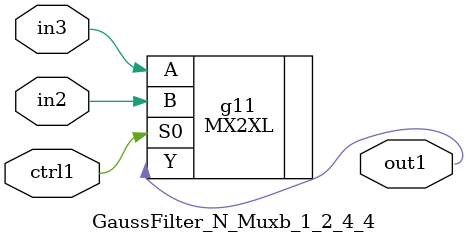
<source format=v>
`timescale 1ps / 1ps


module GaussFilter_N_Muxb_1_2_4_4(in3, in2, ctrl1, out1);
  input in3, in2, ctrl1;
  output out1;
  wire in3, in2, ctrl1;
  wire out1;
  MX2XL g11(.A (in3), .B (in2), .S0 (ctrl1), .Y (out1));
endmodule



</source>
